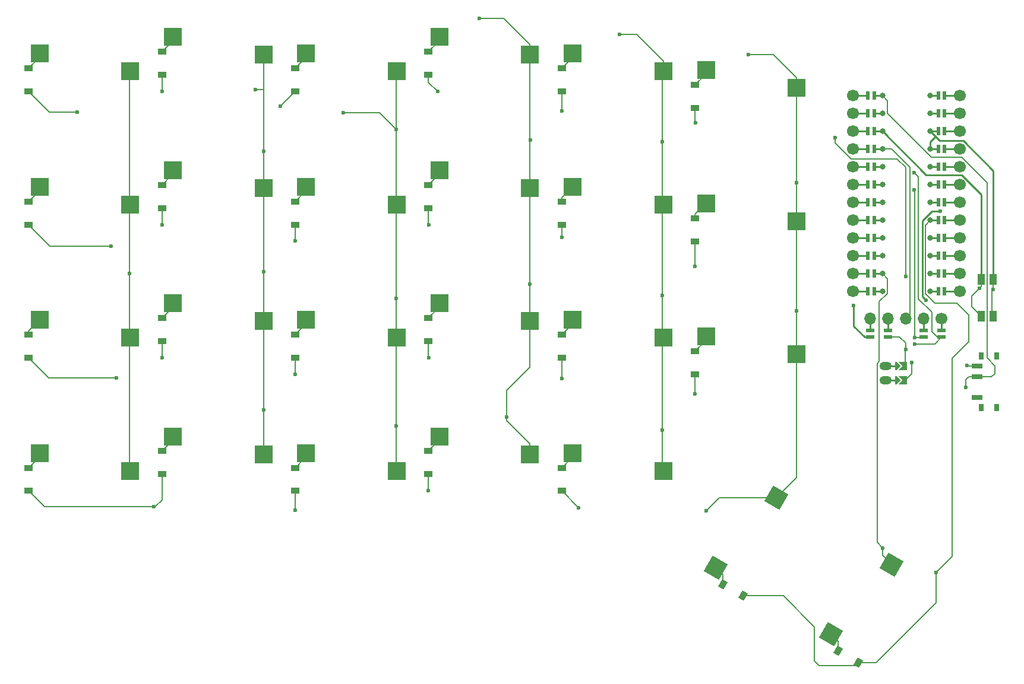
<source format=gbr>
%TF.GenerationSoftware,KiCad,Pcbnew,9.0.2*%
%TF.CreationDate,2025-06-21T10:35:40+08:00*%
%TF.ProjectId,eggada50_wireless_manually_routed,65676761-6461-4353-905f-776972656c65,0.2*%
%TF.SameCoordinates,Original*%
%TF.FileFunction,Copper,L1,Top*%
%TF.FilePolarity,Positive*%
%FSLAX46Y46*%
G04 Gerber Fmt 4.6, Leading zero omitted, Abs format (unit mm)*
G04 Created by KiCad (PCBNEW 9.0.2) date 2025-06-21 10:35:40*
%MOMM*%
%LPD*%
G01*
G04 APERTURE LIST*
G04 Aperture macros list*
%AMRotRect*
0 Rectangle, with rotation*
0 The origin of the aperture is its center*
0 $1 length*
0 $2 width*
0 $3 Rotation angle, in degrees counterclockwise*
0 Add horizontal line*
21,1,$1,$2,0,0,$3*%
%AMFreePoly0*
4,1,6,0.600000,-1.000000,0.000000,-0.400000,-0.600000,-1.000000,-0.600000,0.250000,0.600000,0.250000,0.600000,-1.000000,0.600000,-1.000000,$1*%
%AMFreePoly1*
4,1,6,0.600000,-0.200000,0.600000,-0.400000,-0.600000,-0.400000,-0.600000,-0.200000,0.000000,0.400000,0.600000,-0.200000,0.600000,-0.200000,$1*%
G04 Aperture macros list end*
%TA.AperFunction,SMDPad,CuDef*%
%ADD10R,2.550000X2.500000*%
%TD*%
%TA.AperFunction,SMDPad,CuDef*%
%ADD11R,1.200000X0.900000*%
%TD*%
%TA.AperFunction,SMDPad,CuDef*%
%ADD12RotRect,2.550000X2.500000X60.000000*%
%TD*%
%TA.AperFunction,ComponentPad*%
%ADD13O,1.700000X1.700000*%
%TD*%
%TA.AperFunction,ComponentPad*%
%ADD14C,1.700000*%
%TD*%
%TA.AperFunction,SMDPad,CuDef*%
%ADD15R,1.200000X0.600000*%
%TD*%
%TA.AperFunction,SMDPad,CuDef*%
%ADD16R,0.800000X1.000000*%
%TD*%
%TA.AperFunction,SMDPad,CuDef*%
%ADD17R,1.500000X0.700000*%
%TD*%
%TA.AperFunction,SMDPad,CuDef*%
%ADD18R,0.600000X1.200000*%
%TD*%
%TA.AperFunction,ComponentPad*%
%ADD19C,0.800000*%
%TD*%
%TA.AperFunction,SMDPad,CuDef*%
%ADD20FreePoly0,270.000000*%
%TD*%
%TA.AperFunction,ComponentPad*%
%ADD21O,1.750000X1.200000*%
%TD*%
%TA.AperFunction,SMDPad,CuDef*%
%ADD22FreePoly1,270.000000*%
%TD*%
%TA.AperFunction,SMDPad,CuDef*%
%ADD23RotRect,0.900000X1.200000X150.000000*%
%TD*%
%TA.AperFunction,SMDPad,CuDef*%
%ADD24R,1.000000X1.550000*%
%TD*%
%TA.AperFunction,ViaPad*%
%ADD25C,0.600000*%
%TD*%
%TA.AperFunction,Conductor*%
%ADD26C,0.200000*%
%TD*%
%TA.AperFunction,Conductor*%
%ADD27C,0.250000*%
%TD*%
G04 APERTURE END LIST*
D10*
%TO.P,S31,1*%
%TO.N,C1*%
X126085000Y-76085000D03*
%TO.P,S31,2*%
%TO.N,pinky_bottom_F*%
X113158000Y-73545000D03*
%TD*%
D11*
%TO.P,D29,1*%
%TO.N,R3*%
X92600000Y-43325000D03*
%TO.P,D29,2*%
%TO.N,outer_top_F*%
X92600000Y-40025000D03*
%TD*%
D12*
%TO.P,S50,1*%
%TO.N,C6*%
X215647278Y-110834210D03*
%TO.P,S50,2*%
%TO.N,reachy_default_F*%
X206984074Y-120759320D03*
%TD*%
D13*
%TO.P,DISP1,1*%
%TO.N,DISP1_1*%
X212567000Y-75700000D03*
%TO.P,DISP1,2*%
%TO.N,DISP1_2*%
X215107000Y-75700000D03*
%TO.P,DISP1,3*%
%TO.N,VCC*%
X217647000Y-75700000D03*
%TO.P,DISP1,4*%
%TO.N,DISP1_4*%
X220187000Y-75700000D03*
D14*
%TO.P,DISP1,5*%
%TO.N,DISP1_5*%
X222727000Y-75700000D03*
D15*
%TO.P,DISP1,10*%
%TO.N,CS*%
X212567000Y-78350000D03*
%TO.P,DISP1,11*%
%TO.N,GND*%
X215107000Y-78350000D03*
%TO.P,DISP1,12*%
%TO.N,SCL*%
X220187000Y-78350000D03*
%TO.P,DISP1,13*%
%TO.N,SDA*%
X222727000Y-78350000D03*
%TO.P,DISP1,14*%
%TO.N,DISP1_1*%
X212567000Y-77450000D03*
%TO.P,DISP1,15*%
%TO.N,DISP1_2*%
X215107000Y-77450000D03*
%TO.P,DISP1,16*%
%TO.N,DISP1_4*%
X220187000Y-77450000D03*
%TO.P,DISP1,17*%
%TO.N,DISP1_5*%
X222727000Y-77450000D03*
%TD*%
D16*
%TO.P,PWR1,*%
%TO.N,*%
X228415000Y-81100000D03*
X228415000Y-88400000D03*
X230625000Y-81100000D03*
X230625000Y-88400000D03*
D17*
%TO.P,PWR1,1*%
%TO.N,N/C*%
X227765000Y-87000000D03*
%TO.P,PWR1,2*%
%TO.N,RAW*%
X227765000Y-84000000D03*
%TO.P,PWR1,3*%
%TO.N,BAT_P*%
X227765000Y-82500000D03*
%TD*%
D10*
%TO.P,S33,1*%
%TO.N,C1*%
X126085000Y-38085000D03*
%TO.P,S33,2*%
%TO.N,pinky_top_F*%
X113158000Y-35545000D03*
%TD*%
%TO.P,S26,1*%
%TO.N,C0*%
X107085000Y-97460000D03*
%TO.P,S26,2*%
%TO.N,outer_mod_F*%
X94158000Y-94920000D03*
%TD*%
D11*
%TO.P,D38,1*%
%TO.N,R0*%
X149600000Y-97950000D03*
%TO.P,D38,2*%
%TO.N,middle_mod_F*%
X149600000Y-94650000D03*
%TD*%
D10*
%TO.P,S43,1*%
%TO.N,C4*%
X183085000Y-78460000D03*
%TO.P,S43,2*%
%TO.N,index_bottom_F*%
X170158000Y-75920000D03*
%TD*%
D11*
%TO.P,D43,1*%
%TO.N,R1*%
X168600000Y-81325000D03*
%TO.P,D43,2*%
%TO.N,index_bottom_F*%
X168600000Y-78025000D03*
%TD*%
%TO.P,D35,1*%
%TO.N,R1*%
X130600000Y-81325000D03*
%TO.P,D35,2*%
%TO.N,ring_bottom_F*%
X130600000Y-78025000D03*
%TD*%
D18*
%TO.P,MCU1,1*%
%TO.N,MCU1_1*%
X223184000Y-43920000D03*
D14*
X225324000Y-43920000D03*
D18*
%TO.P,MCU1,2*%
%TO.N,MCU1_2*%
X223184000Y-46460000D03*
D14*
X225324000Y-46460000D03*
D18*
%TO.P,MCU1,3*%
%TO.N,MCU1_3*%
X223184000Y-49000000D03*
D14*
X225324000Y-49000000D03*
D18*
%TO.P,MCU1,4*%
%TO.N,MCU1_4*%
X223184000Y-51540000D03*
D14*
X225324000Y-51540000D03*
D18*
%TO.P,MCU1,5*%
%TO.N,MCU1_5*%
X223184000Y-54080000D03*
D14*
X225324000Y-54080000D03*
D18*
%TO.P,MCU1,6*%
%TO.N,MCU1_6*%
X223184000Y-56620000D03*
D14*
X225324000Y-56620000D03*
D18*
%TO.P,MCU1,7*%
%TO.N,MCU1_7*%
X223184000Y-59160000D03*
D14*
X225324000Y-59160000D03*
D18*
%TO.P,MCU1,8*%
%TO.N,MCU1_8*%
X223184000Y-61700000D03*
D14*
X225324000Y-61700000D03*
D18*
%TO.P,MCU1,9*%
%TO.N,MCU1_9*%
X223184000Y-64240000D03*
D14*
X225324000Y-64240000D03*
D18*
%TO.P,MCU1,10*%
%TO.N,MCU1_10*%
X223184000Y-66780000D03*
D14*
X225324000Y-66780000D03*
D18*
%TO.P,MCU1,11*%
%TO.N,MCU1_11*%
X223184000Y-69320000D03*
D14*
X225324000Y-69320000D03*
D18*
%TO.P,MCU1,12*%
%TO.N,MCU1_12*%
X223184000Y-71860000D03*
D14*
X225324000Y-71860000D03*
%TO.P,MCU1,13*%
%TO.N,MCU1_13*%
X210084000Y-71860000D03*
D18*
X212224000Y-71860000D03*
D14*
%TO.P,MCU1,14*%
%TO.N,MCU1_14*%
X210084000Y-69320000D03*
D18*
X212224000Y-69320000D03*
D14*
%TO.P,MCU1,15*%
%TO.N,MCU1_15*%
X210084000Y-66780000D03*
D18*
X212224000Y-66780000D03*
D14*
%TO.P,MCU1,16*%
%TO.N,MCU1_16*%
X210084000Y-64240000D03*
D18*
X212224000Y-64240000D03*
D14*
%TO.P,MCU1,17*%
%TO.N,MCU1_17*%
X210084000Y-61700000D03*
D18*
X212224000Y-61700000D03*
D14*
%TO.P,MCU1,18*%
%TO.N,MCU1_18*%
X210084000Y-59160000D03*
D18*
X212224000Y-59160000D03*
D14*
%TO.P,MCU1,19*%
%TO.N,MCU1_19*%
X210084000Y-56620000D03*
D18*
X212224000Y-56620000D03*
D14*
%TO.P,MCU1,20*%
%TO.N,MCU1_20*%
X210084000Y-54080000D03*
D18*
X212224000Y-54080000D03*
D14*
%TO.P,MCU1,21*%
%TO.N,MCU1_21*%
X210084000Y-51540000D03*
D18*
X212224000Y-51540000D03*
D14*
%TO.P,MCU1,22*%
%TO.N,MCU1_22*%
X210084000Y-49000000D03*
D18*
X212224000Y-49000000D03*
D14*
%TO.P,MCU1,23*%
%TO.N,MCU1_23*%
X210084000Y-46460000D03*
D18*
X212224000Y-46460000D03*
D14*
%TO.P,MCU1,24*%
%TO.N,MCU1_24*%
X210084000Y-43920000D03*
D18*
X212224000Y-43920000D03*
D19*
%TO.P,MCU1,101*%
%TO.N,LED*%
X221104000Y-43920000D03*
D18*
X222284000Y-43920000D03*
D19*
%TO.P,MCU1,102*%
%TO.N,DAT*%
X221104000Y-46460000D03*
D18*
X222284000Y-46460000D03*
D19*
%TO.P,MCU1,103*%
%TO.N,GND*%
X221104000Y-49000000D03*
D18*
X222284000Y-49000000D03*
D19*
%TO.P,MCU1,104*%
X221104000Y-51540000D03*
D18*
X222284000Y-51540000D03*
D19*
%TO.P,MCU1,105*%
%TO.N,SDA*%
X221104000Y-54080000D03*
D18*
X222284000Y-54080000D03*
D19*
%TO.P,MCU1,106*%
%TO.N,SCL*%
X221104000Y-56620000D03*
D18*
X222284000Y-56620000D03*
D19*
%TO.P,MCU1,107*%
%TO.N,CS*%
X221104000Y-59160000D03*
D18*
X222284000Y-59160000D03*
D19*
%TO.P,MCU1,108*%
%TO.N,R0*%
X221104000Y-61700000D03*
D18*
X222284000Y-61700000D03*
D19*
%TO.P,MCU1,109*%
%TO.N,R1*%
X221104000Y-64240000D03*
D18*
X222284000Y-64240000D03*
D19*
%TO.P,MCU1,110*%
%TO.N,R2*%
X221104000Y-66780000D03*
D18*
X222284000Y-66780000D03*
D19*
%TO.P,MCU1,111*%
%TO.N,R3*%
X221104000Y-69320000D03*
D18*
X222284000Y-69320000D03*
D19*
%TO.P,MCU1,112*%
%TO.N,P9*%
X221104000Y-71860000D03*
D18*
X222284000Y-71860000D03*
%TO.P,MCU1,113*%
%TO.N,P10*%
X213124000Y-71860000D03*
D19*
X214304000Y-71860000D03*
D18*
%TO.P,MCU1,114*%
%TO.N,C6*%
X213124000Y-69320000D03*
D19*
X214304000Y-69320000D03*
D18*
%TO.P,MCU1,115*%
%TO.N,C5*%
X213124000Y-66780000D03*
D19*
X214304000Y-66780000D03*
D18*
%TO.P,MCU1,116*%
%TO.N,C4*%
X213124000Y-64240000D03*
D19*
X214304000Y-64240000D03*
D18*
%TO.P,MCU1,117*%
%TO.N,C3*%
X213124000Y-61700000D03*
D19*
X214304000Y-61700000D03*
D18*
%TO.P,MCU1,118*%
%TO.N,C2*%
X213124000Y-59160000D03*
D19*
X214304000Y-59160000D03*
D18*
%TO.P,MCU1,119*%
%TO.N,C1*%
X213124000Y-56620000D03*
D19*
X214304000Y-56620000D03*
D18*
%TO.P,MCU1,120*%
%TO.N,C0*%
X213124000Y-54080000D03*
D19*
X214304000Y-54080000D03*
D18*
%TO.P,MCU1,121*%
%TO.N,VCC*%
X213124000Y-51540000D03*
D19*
X214304000Y-51540000D03*
D18*
%TO.P,MCU1,122*%
%TO.N,RST*%
X213124000Y-49000000D03*
D19*
X214304000Y-49000000D03*
D18*
%TO.P,MCU1,123*%
%TO.N,GND*%
X213124000Y-46460000D03*
D19*
X214304000Y-46460000D03*
D18*
%TO.P,MCU1,124*%
%TO.N,RAW*%
X213124000Y-43920000D03*
D19*
X214304000Y-43920000D03*
%TD*%
D10*
%TO.P,S38,1*%
%TO.N,C3*%
X164085000Y-95085000D03*
%TO.P,S38,2*%
%TO.N,middle_mod_F*%
X151158000Y-92545000D03*
%TD*%
%TO.P,S29,1*%
%TO.N,C0*%
X107085000Y-40460000D03*
%TO.P,S29,2*%
%TO.N,outer_top_F*%
X94158000Y-37920000D03*
%TD*%
%TO.P,S46,1*%
%TO.N,C5*%
X202085000Y-80835000D03*
%TO.P,S46,2*%
%TO.N,inner_bottom_F*%
X189158000Y-78295000D03*
%TD*%
%TO.P,S34,1*%
%TO.N,C2*%
X145085000Y-97460000D03*
%TO.P,S34,2*%
%TO.N,ring_mod_F*%
X132158000Y-94920000D03*
%TD*%
D11*
%TO.P,D47,1*%
%TO.N,R2*%
X187600000Y-64700000D03*
%TO.P,D47,2*%
%TO.N,inner_home_F*%
X187600000Y-61400000D03*
%TD*%
D20*
%TO.P,JST1,1*%
%TO.N,BAT_P*%
X217566000Y-84500000D03*
%TO.P,JST1,2*%
%TO.N,GND*%
X217566000Y-82500000D03*
D21*
%TO.P,JST1,11*%
%TO.N,JST1_1*%
X214750000Y-84500000D03*
%TO.P,JST1,12*%
%TO.N,JST1_2*%
X214750000Y-82500000D03*
D22*
%TO.P,JST1,21*%
%TO.N,JST1_1*%
X216550000Y-84500000D03*
%TO.P,JST1,22*%
%TO.N,JST1_2*%
X216550000Y-82500000D03*
%TD*%
D11*
%TO.P,D32,1*%
%TO.N,R2*%
X111600000Y-59950000D03*
%TO.P,D32,2*%
%TO.N,pinky_home_F*%
X111600000Y-56650000D03*
%TD*%
D10*
%TO.P,S40,1*%
%TO.N,C3*%
X164085000Y-57085000D03*
%TO.P,S40,2*%
%TO.N,middle_home_F*%
X151158000Y-54545000D03*
%TD*%
D23*
%TO.P,D50,1*%
%TO.N,R0*%
X210885941Y-124811088D03*
%TO.P,D50,2*%
%TO.N,reachy_default_F*%
X208028057Y-123161088D03*
%TD*%
D10*
%TO.P,S48,1*%
%TO.N,C5*%
X202085000Y-42835000D03*
%TO.P,S48,2*%
%TO.N,inner_top_F*%
X189158000Y-40295000D03*
%TD*%
D11*
%TO.P,D45,1*%
%TO.N,R3*%
X168600000Y-43325000D03*
%TO.P,D45,2*%
%TO.N,index_top_F*%
X168600000Y-40025000D03*
%TD*%
D10*
%TO.P,S39,1*%
%TO.N,C3*%
X164085000Y-76085000D03*
%TO.P,S39,2*%
%TO.N,middle_bottom_F*%
X151158000Y-73545000D03*
%TD*%
D11*
%TO.P,D26,1*%
%TO.N,R0*%
X92600000Y-100325000D03*
%TO.P,D26,2*%
%TO.N,outer_mod_F*%
X92600000Y-97025000D03*
%TD*%
D10*
%TO.P,S44,1*%
%TO.N,C4*%
X183085000Y-59460000D03*
%TO.P,S44,2*%
%TO.N,index_home_F*%
X170158000Y-56920000D03*
%TD*%
%TO.P,S47,1*%
%TO.N,C5*%
X202085000Y-61835000D03*
%TO.P,S47,2*%
%TO.N,inner_home_F*%
X189158000Y-59295000D03*
%TD*%
D11*
%TO.P,D41,1*%
%TO.N,R3*%
X149600000Y-40950000D03*
%TO.P,D41,2*%
%TO.N,middle_top_F*%
X149600000Y-37650000D03*
%TD*%
D10*
%TO.P,S35,1*%
%TO.N,C2*%
X145085000Y-78460000D03*
%TO.P,S35,2*%
%TO.N,ring_bottom_F*%
X132158000Y-75920000D03*
%TD*%
D11*
%TO.P,D46,1*%
%TO.N,R1*%
X187600000Y-83700000D03*
%TO.P,D46,2*%
%TO.N,inner_bottom_F*%
X187600000Y-80400000D03*
%TD*%
D10*
%TO.P,S32,1*%
%TO.N,C1*%
X126085000Y-57085000D03*
%TO.P,S32,2*%
%TO.N,pinky_home_F*%
X113158000Y-54545000D03*
%TD*%
%TO.P,S36,1*%
%TO.N,C2*%
X145085000Y-59460000D03*
%TO.P,S36,2*%
%TO.N,ring_home_F*%
X132158000Y-56920000D03*
%TD*%
D11*
%TO.P,D40,1*%
%TO.N,R2*%
X149600000Y-59950000D03*
%TO.P,D40,2*%
%TO.N,middle_home_F*%
X149600000Y-56650000D03*
%TD*%
D12*
%TO.P,S49,1*%
%TO.N,C5*%
X199192795Y-101334210D03*
%TO.P,S49,2*%
%TO.N,tucky_default_F*%
X190529591Y-111259320D03*
%TD*%
D10*
%TO.P,S28,1*%
%TO.N,C0*%
X107085000Y-59460000D03*
%TO.P,S28,2*%
%TO.N,outer_home_F*%
X94158000Y-56920000D03*
%TD*%
D24*
%TO.P,RST1,1*%
%TO.N,GND*%
X230100000Y-75375000D03*
%TO.P,RST1,2*%
%TO.N,RST*%
X228400000Y-75375000D03*
%TO.P,RST1,3*%
%TO.N,GND*%
X230100000Y-70125000D03*
%TO.P,RST1,4*%
%TO.N,RST*%
X228400000Y-70125000D03*
%TD*%
D11*
%TO.P,D44,1*%
%TO.N,R2*%
X168600000Y-62325000D03*
%TO.P,D44,2*%
%TO.N,index_home_F*%
X168600000Y-59025000D03*
%TD*%
D10*
%TO.P,S37,1*%
%TO.N,C2*%
X145085000Y-40460000D03*
%TO.P,S37,2*%
%TO.N,ring_top_F*%
X132158000Y-37920000D03*
%TD*%
D11*
%TO.P,D31,1*%
%TO.N,R1*%
X111600000Y-78950000D03*
%TO.P,D31,2*%
%TO.N,pinky_bottom_F*%
X111600000Y-75650000D03*
%TD*%
%TO.P,D42,1*%
%TO.N,R0*%
X168600000Y-100325000D03*
%TO.P,D42,2*%
%TO.N,index_mod_F*%
X168600000Y-97025000D03*
%TD*%
%TO.P,D34,1*%
%TO.N,R0*%
X130600000Y-100325000D03*
%TO.P,D34,2*%
%TO.N,ring_mod_F*%
X130600000Y-97025000D03*
%TD*%
D10*
%TO.P,S30,1*%
%TO.N,C1*%
X126085000Y-95085000D03*
%TO.P,S30,2*%
%TO.N,pinky_mod_F*%
X113158000Y-92545000D03*
%TD*%
%TO.P,S42,1*%
%TO.N,C4*%
X183085000Y-97460000D03*
%TO.P,S42,2*%
%TO.N,index_mod_F*%
X170158000Y-94920000D03*
%TD*%
D11*
%TO.P,D39,1*%
%TO.N,R1*%
X149600000Y-78950000D03*
%TO.P,D39,2*%
%TO.N,middle_bottom_F*%
X149600000Y-75650000D03*
%TD*%
%TO.P,D28,1*%
%TO.N,R2*%
X92600000Y-62325000D03*
%TO.P,D28,2*%
%TO.N,outer_home_F*%
X92600000Y-59025000D03*
%TD*%
D10*
%TO.P,S27,1*%
%TO.N,C0*%
X107085000Y-78460000D03*
%TO.P,S27,2*%
%TO.N,outer_bottom_F*%
X94158000Y-75920000D03*
%TD*%
D11*
%TO.P,D48,1*%
%TO.N,R3*%
X187600000Y-45700000D03*
%TO.P,D48,2*%
%TO.N,inner_top_F*%
X187600000Y-42400000D03*
%TD*%
D10*
%TO.P,S45,1*%
%TO.N,C4*%
X183085000Y-40460000D03*
%TO.P,S45,2*%
%TO.N,index_top_F*%
X170158000Y-37920000D03*
%TD*%
D11*
%TO.P,D36,1*%
%TO.N,R2*%
X130600000Y-62325000D03*
%TO.P,D36,2*%
%TO.N,ring_home_F*%
X130600000Y-59025000D03*
%TD*%
%TO.P,D27,1*%
%TO.N,R1*%
X92600000Y-81325000D03*
%TO.P,D27,2*%
%TO.N,outer_bottom_F*%
X92600000Y-78025000D03*
%TD*%
%TO.P,D33,1*%
%TO.N,R3*%
X111600000Y-40950000D03*
%TO.P,D33,2*%
%TO.N,pinky_top_F*%
X111600000Y-37650000D03*
%TD*%
%TO.P,D37,1*%
%TO.N,R3*%
X130600000Y-43325000D03*
%TO.P,D37,2*%
%TO.N,ring_top_F*%
X130600000Y-40025000D03*
%TD*%
D23*
%TO.P,D49,1*%
%TO.N,R0*%
X194431458Y-115311088D03*
%TO.P,D49,2*%
%TO.N,tucky_default_F*%
X191573574Y-113661088D03*
%TD*%
D11*
%TO.P,D30,1*%
%TO.N,R0*%
X111600000Y-97950000D03*
%TO.P,D30,2*%
%TO.N,pinky_mod_F*%
X111600000Y-94650000D03*
%TD*%
D10*
%TO.P,S41,1*%
%TO.N,C3*%
X164085000Y-38085000D03*
%TO.P,S41,2*%
%TO.N,middle_top_F*%
X151158000Y-35545000D03*
%TD*%
D25*
%TO.N,C0*%
X106999000Y-69320000D03*
%TO.N,GND*%
X230120000Y-71590000D03*
X217600000Y-80120000D03*
%TO.N,C1*%
X124900000Y-43040000D03*
X126085000Y-88760000D03*
X126085000Y-69060000D03*
X126085000Y-51840000D03*
%TO.N,C2*%
X144999000Y-91020000D03*
X144999000Y-72850000D03*
X144999000Y-48740000D03*
X137480000Y-46330000D03*
%TO.N,C3*%
X156880000Y-32900000D03*
X164085000Y-70830000D03*
X164130000Y-50279000D03*
X160780000Y-89780000D03*
%TO.N,C4*%
X182967000Y-91660000D03*
X176860000Y-35200000D03*
X182967000Y-50510000D03*
X182967000Y-72420000D03*
%TO.N,C5*%
X202085000Y-56360000D03*
X189200000Y-103150000D03*
X202085000Y-74660000D03*
X195170000Y-38050000D03*
%TO.N,C6*%
X214350000Y-108460000D03*
%TO.N,R0*%
X130610000Y-103050000D03*
X149600000Y-100325000D03*
X110490000Y-102590000D03*
X170975000Y-102700000D03*
X221950000Y-111990000D03*
%TO.N,R1*%
X105080000Y-84200000D03*
X111620000Y-81325000D03*
X187610000Y-86450000D03*
X149650000Y-81325000D03*
X168600000Y-84250000D03*
X130600000Y-83700000D03*
%TO.N,R2*%
X104340000Y-65360000D03*
X168615000Y-64165000D03*
X187620000Y-68320000D03*
X130600000Y-64620000D03*
X111600000Y-62325000D03*
X149650000Y-62325000D03*
%TO.N,R3*%
X217610000Y-69725000D03*
X128505000Y-45405000D03*
X99520000Y-46260000D03*
X168590000Y-46120000D03*
X207530000Y-49910000D03*
X111640000Y-43325000D03*
X187630000Y-47830000D03*
X150890000Y-43325000D03*
%TO.N,RAW*%
X226190000Y-85520000D03*
%TO.N,RST*%
X228170000Y-71400000D03*
%TO.N,SDA*%
X218950000Y-79330000D03*
X218811000Y-54869000D03*
%TO.N,SCL*%
X218840000Y-57350000D03*
X218910000Y-78440000D03*
%TO.N,CS*%
X210230000Y-73840000D03*
X220530000Y-73130000D03*
X222570000Y-60420000D03*
%TO.N,BAT_P*%
X226360000Y-82460000D03*
X218490000Y-81960000D03*
%TD*%
D26*
%TO.N,R0*%
X226630000Y-79030000D02*
X224250000Y-81410000D01*
X226630000Y-75220000D02*
X226630000Y-79030000D01*
X224930000Y-73520000D02*
X226630000Y-75220000D01*
X221772636Y-73520000D02*
X224930000Y-73520000D01*
X220403000Y-72150364D02*
X221772636Y-73520000D01*
X221104000Y-61700000D02*
X220403000Y-62401000D01*
X224250000Y-81410000D02*
X224250000Y-109690000D01*
X220403000Y-62401000D02*
X220403000Y-72150364D01*
D27*
%TO.N,C0*%
X213124000Y-54080000D02*
X214304000Y-54080000D01*
D26*
X106999000Y-40546000D02*
X106999000Y-69320000D01*
X106999000Y-69320000D02*
X106999000Y-97374000D01*
X107085000Y-40460000D02*
X106999000Y-40546000D01*
X106999000Y-97374000D02*
X107085000Y-97460000D01*
%TO.N,GND*%
X216710000Y-78350000D02*
X215107000Y-78350000D01*
D27*
X221852000Y-49748000D02*
X222468000Y-50364000D01*
D26*
X230100000Y-70125000D02*
X230100000Y-71570000D01*
X230100000Y-71570000D02*
X230120000Y-71590000D01*
X217566000Y-80154000D02*
X217600000Y-80120000D01*
X217600000Y-80120000D02*
X217600000Y-79240000D01*
D27*
X230100000Y-54652884D02*
X230100000Y-70125000D01*
D26*
X230100000Y-75375000D02*
X229899000Y-75174000D01*
D27*
X222284000Y-49000000D02*
X221104000Y-49000000D01*
X225811116Y-50364000D02*
X230100000Y-54652884D01*
X222284000Y-51540000D02*
X221104000Y-51540000D01*
X213124000Y-46460000D02*
X214304000Y-46460000D01*
X221104000Y-49000000D02*
X221852000Y-49748000D01*
X221104000Y-51540000D02*
X221104000Y-50496000D01*
X221104000Y-50496000D02*
X221852000Y-49748000D01*
D26*
X217600000Y-79240000D02*
X216710000Y-78350000D01*
X229899000Y-75174000D02*
X229899000Y-71811000D01*
X229899000Y-71811000D02*
X230120000Y-71590000D01*
D27*
X222468000Y-50364000D02*
X225811116Y-50364000D01*
D26*
X217566000Y-82500000D02*
X217566000Y-80154000D01*
%TO.N,C1*%
X126085000Y-57085000D02*
X126085000Y-69060000D01*
X126085000Y-88760000D02*
X126085000Y-95085000D01*
X124900000Y-43040000D02*
X126015000Y-43040000D01*
X126085000Y-42970000D02*
X126085000Y-44540000D01*
X126085000Y-38085000D02*
X126085000Y-42970000D01*
X126085000Y-49110000D02*
X126085000Y-50320000D01*
X126015000Y-43040000D02*
X126085000Y-42970000D01*
X126085000Y-69060000D02*
X126085000Y-76085000D01*
X126085000Y-76085000D02*
X126085000Y-80960000D01*
X126085000Y-50320000D02*
X126085000Y-51840000D01*
D27*
X213124000Y-56620000D02*
X214304000Y-56620000D01*
D26*
X126085000Y-80960000D02*
X126085000Y-88760000D01*
X126085000Y-44540000D02*
X126085000Y-49110000D01*
X126085000Y-51840000D02*
X126085000Y-57085000D01*
%TO.N,C2*%
X144999000Y-97374000D02*
X145085000Y-97460000D01*
X142589000Y-46330000D02*
X144999000Y-48740000D01*
X144999000Y-72850000D02*
X144999000Y-91020000D01*
D27*
X213124000Y-59160000D02*
X214304000Y-59160000D01*
D26*
X145085000Y-40460000D02*
X144999000Y-40546000D01*
X144999000Y-51420000D02*
X144999000Y-72850000D01*
X144999000Y-91280000D02*
X144999000Y-97374000D01*
X144999000Y-91020000D02*
X144999000Y-91280000D01*
X144999000Y-48210000D02*
X144999000Y-48740000D01*
X144999000Y-40546000D02*
X144999000Y-48210000D01*
X137480000Y-46330000D02*
X142589000Y-46330000D01*
X144999000Y-48740000D02*
X144999000Y-51420000D01*
D27*
%TO.N,C3*%
X213124000Y-61700000D02*
X214304000Y-61700000D01*
D26*
X164085000Y-95085000D02*
X164085000Y-93635000D01*
X164085000Y-76085000D02*
X164085000Y-70830000D01*
X163967000Y-94967000D02*
X164085000Y-95085000D01*
X164085000Y-93635000D02*
X160780000Y-90330000D01*
X156880000Y-32900000D02*
X160350000Y-32900000D01*
X160780000Y-90330000D02*
X160780000Y-89780000D01*
X164085000Y-36635000D02*
X164085000Y-38085000D01*
X160780000Y-86010000D02*
X164085000Y-82705000D01*
X164085000Y-70830000D02*
X164085000Y-57085000D01*
X160780000Y-89780000D02*
X160780000Y-86940000D01*
X160350000Y-32900000D02*
X164085000Y-36635000D01*
X164085000Y-82705000D02*
X164085000Y-76085000D01*
X164085000Y-38085000D02*
X163967000Y-38203000D01*
X164085000Y-38085000D02*
X164085000Y-57085000D01*
X160780000Y-86940000D02*
X160780000Y-86010000D01*
%TO.N,C4*%
X179275000Y-35200000D02*
X183085000Y-39010000D01*
X182967000Y-72420000D02*
X182967000Y-91660000D01*
X182967000Y-50510000D02*
X182967000Y-50880000D01*
X182967000Y-50290000D02*
X182967000Y-50510000D01*
X183085000Y-39010000D02*
X183085000Y-40460000D01*
D27*
X213124000Y-64240000D02*
X214304000Y-64240000D01*
D26*
X182967000Y-40578000D02*
X182967000Y-50290000D01*
X182967000Y-91660000D02*
X182967000Y-97342000D01*
X182967000Y-97342000D02*
X183085000Y-97460000D01*
X176860000Y-35200000D02*
X179275000Y-35200000D01*
X183085000Y-40460000D02*
X182967000Y-40578000D01*
X182967000Y-50880000D02*
X182967000Y-72420000D01*
%TO.N,C5*%
X202085000Y-74660000D02*
X202085000Y-96120000D01*
X202085000Y-41385000D02*
X202085000Y-42835000D01*
X202085000Y-42835000D02*
X202085000Y-56360000D01*
X191015790Y-101334210D02*
X189200000Y-103150000D01*
X195170000Y-38050000D02*
X198750000Y-38050000D01*
X199192795Y-101334210D02*
X191015790Y-101334210D01*
X202085000Y-98442005D02*
X199192795Y-101334210D01*
X202085000Y-56360000D02*
X202085000Y-74660000D01*
X198750000Y-38050000D02*
X202085000Y-41385000D01*
D27*
X213124000Y-66780000D02*
X214304000Y-66780000D01*
D26*
X202085000Y-96120000D02*
X202085000Y-98442005D01*
%TO.N,C6*%
X213574000Y-107684000D02*
X213574000Y-82126794D01*
X213860000Y-81840794D02*
X213860000Y-73295364D01*
X215647278Y-110834210D02*
X214350000Y-109536932D01*
X214350000Y-108460000D02*
X213574000Y-107684000D01*
X214350000Y-109536932D02*
X214350000Y-108460000D01*
X213574000Y-82126794D02*
X213860000Y-81840794D01*
X215005000Y-70021000D02*
X214304000Y-69320000D01*
X213860000Y-73295364D02*
X215005000Y-72150364D01*
D27*
X213124000Y-69320000D02*
X214304000Y-69320000D01*
D26*
X215005000Y-72150364D02*
X215005000Y-70021000D01*
%TO.N,R0*%
X200161088Y-115311088D02*
X204630000Y-119780000D01*
X194431458Y-115311088D02*
X200161088Y-115311088D01*
X204630000Y-119780000D02*
X204630000Y-124570000D01*
X210437029Y-125260000D02*
X210885941Y-124811088D01*
X205320000Y-125260000D02*
X210437029Y-125260000D01*
X110660000Y-102590000D02*
X111600000Y-101650000D01*
X168600000Y-100325000D02*
X170975000Y-102700000D01*
X110490000Y-102590000D02*
X110660000Y-102590000D01*
X111600000Y-101650000D02*
X111600000Y-97950000D01*
X149600000Y-97950000D02*
X149600000Y-100325000D01*
X94865000Y-102590000D02*
X110490000Y-102590000D01*
X130600000Y-103040000D02*
X130610000Y-103050000D01*
X217770000Y-120470000D02*
X221950000Y-116290000D01*
X210885941Y-124811088D02*
X213428912Y-124811088D01*
X130600000Y-100325000D02*
X130600000Y-103040000D01*
X92600000Y-100325000D02*
X94865000Y-102590000D01*
X213428912Y-124811088D02*
X217770000Y-120470000D01*
X221950000Y-116290000D02*
X221950000Y-111990000D01*
D27*
X222284000Y-61700000D02*
X221104000Y-61700000D01*
D26*
X204630000Y-124570000D02*
X205320000Y-125260000D01*
X221950000Y-111990000D02*
X224250000Y-109690000D01*
%TO.N,R1*%
X187600000Y-83700000D02*
X187600000Y-86440000D01*
X130385000Y-81110000D02*
X130600000Y-81325000D01*
D27*
X222284000Y-64240000D02*
X221104000Y-64240000D01*
D26*
X187600000Y-86440000D02*
X187610000Y-86450000D01*
X111580000Y-78970000D02*
X111600000Y-78950000D01*
X149630000Y-78980000D02*
X149600000Y-78950000D01*
X111600000Y-78950000D02*
X111600000Y-81305000D01*
X95475000Y-84200000D02*
X105080000Y-84200000D01*
X92600000Y-81325000D02*
X95475000Y-84200000D01*
X149600000Y-81275000D02*
X149650000Y-81325000D01*
X149600000Y-78950000D02*
X149600000Y-81275000D01*
X111600000Y-81305000D02*
X111620000Y-81325000D01*
X130600000Y-81325000D02*
X130600000Y-83700000D01*
X168600000Y-81325000D02*
X168600000Y-84250000D01*
D27*
%TO.N,R2*%
X222284000Y-66780000D02*
X221104000Y-66780000D01*
D26*
X111600000Y-59950000D02*
X111600000Y-62325000D01*
X149600000Y-62275000D02*
X149650000Y-62325000D01*
X92600000Y-62325000D02*
X95635000Y-65360000D01*
X149600000Y-59950000D02*
X149600000Y-62275000D01*
X168600000Y-64150000D02*
X168615000Y-64165000D01*
X168600000Y-62325000D02*
X168600000Y-64150000D01*
X130600000Y-62325000D02*
X130600000Y-64620000D01*
X95635000Y-65360000D02*
X104340000Y-65360000D01*
X111580000Y-59970000D02*
X111600000Y-59950000D01*
X187600000Y-68300000D02*
X187620000Y-68320000D01*
X149440000Y-60110000D02*
X149600000Y-59950000D01*
X187600000Y-64700000D02*
X187600000Y-68300000D01*
%TO.N,R3*%
X128520000Y-45405000D02*
X128505000Y-45405000D01*
X207530000Y-50630000D02*
X209829000Y-52929000D01*
X217610000Y-54130000D02*
X217610000Y-69725000D01*
X111520000Y-41030000D02*
X111600000Y-40950000D01*
X149600000Y-40950000D02*
X149600000Y-42035000D01*
X168600000Y-46110000D02*
X168590000Y-46120000D01*
X95535000Y-46260000D02*
X99520000Y-46260000D01*
X216409000Y-52929000D02*
X217610000Y-54130000D01*
X130600000Y-43325000D02*
X128520000Y-45405000D01*
X149600000Y-42035000D02*
X150890000Y-43325000D01*
X187600000Y-45700000D02*
X187600000Y-47800000D01*
X111600000Y-43285000D02*
X111640000Y-43325000D01*
X111600000Y-40950000D02*
X111600000Y-43285000D01*
X207530000Y-49910000D02*
X207530000Y-50630000D01*
D27*
X222284000Y-69320000D02*
X221104000Y-69320000D01*
D26*
X209829000Y-52929000D02*
X216409000Y-52929000D01*
X187600000Y-47800000D02*
X187630000Y-47830000D01*
X92600000Y-43325000D02*
X95535000Y-46260000D01*
X168600000Y-43325000D02*
X168600000Y-46110000D01*
%TO.N,outer_mod_F*%
X94158000Y-95467000D02*
X92600000Y-97025000D01*
X94158000Y-94920000D02*
X94158000Y-95467000D01*
%TO.N,outer_bottom_F*%
X92600000Y-77478000D02*
X92600000Y-78025000D01*
X94158000Y-75920000D02*
X92600000Y-77478000D01*
%TO.N,outer_home_F*%
X94158000Y-57467000D02*
X92600000Y-59025000D01*
X94158000Y-56920000D02*
X94158000Y-57467000D01*
%TO.N,outer_top_F*%
X94158000Y-38467000D02*
X92600000Y-40025000D01*
X94158000Y-37920000D02*
X94158000Y-38467000D01*
%TO.N,pinky_mod_F*%
X113158000Y-93092000D02*
X111600000Y-94650000D01*
X113158000Y-92545000D02*
X113158000Y-93092000D01*
%TO.N,pinky_bottom_F*%
X113158000Y-73545000D02*
X113158000Y-74092000D01*
X113158000Y-74092000D02*
X111600000Y-75650000D01*
%TO.N,pinky_home_F*%
X113158000Y-55092000D02*
X111600000Y-56650000D01*
X113158000Y-54545000D02*
X113158000Y-55092000D01*
%TO.N,pinky_top_F*%
X113158000Y-36092000D02*
X111600000Y-37650000D01*
X113158000Y-35545000D02*
X113158000Y-36092000D01*
%TO.N,ring_mod_F*%
X132158000Y-94920000D02*
X132158000Y-95467000D01*
X132158000Y-95467000D02*
X130600000Y-97025000D01*
%TO.N,ring_bottom_F*%
X132158000Y-76467000D02*
X130600000Y-78025000D01*
X132158000Y-75920000D02*
X132158000Y-76467000D01*
%TO.N,ring_home_F*%
X132158000Y-56920000D02*
X132158000Y-57467000D01*
X132158000Y-57467000D02*
X130600000Y-59025000D01*
%TO.N,ring_top_F*%
X132158000Y-38467000D02*
X130600000Y-40025000D01*
X132158000Y-37920000D02*
X132158000Y-38467000D01*
%TO.N,middle_mod_F*%
X151158000Y-93092000D02*
X149600000Y-94650000D01*
X151158000Y-92545000D02*
X151158000Y-93092000D01*
%TO.N,middle_bottom_F*%
X151158000Y-74092000D02*
X151158000Y-73545000D01*
X149600000Y-75650000D02*
X151158000Y-74092000D01*
%TO.N,middle_home_F*%
X151158000Y-54545000D02*
X151158000Y-55092000D01*
X151158000Y-55092000D02*
X149600000Y-56650000D01*
%TO.N,middle_top_F*%
X151158000Y-35545000D02*
X151158000Y-36092000D01*
X151158000Y-36092000D02*
X149600000Y-37650000D01*
%TO.N,index_mod_F*%
X170158000Y-94920000D02*
X170158000Y-95467000D01*
X170158000Y-95467000D02*
X168600000Y-97025000D01*
%TO.N,index_bottom_F*%
X170158000Y-75920000D02*
X170158000Y-76467000D01*
X170158000Y-76467000D02*
X168600000Y-78025000D01*
%TO.N,index_home_F*%
X168600000Y-58478000D02*
X168600000Y-59025000D01*
X170158000Y-56920000D02*
X168600000Y-58478000D01*
%TO.N,index_top_F*%
X170158000Y-38467000D02*
X168600000Y-40025000D01*
X170158000Y-37920000D02*
X170158000Y-38467000D01*
%TO.N,inner_bottom_F*%
X189158000Y-78295000D02*
X189158000Y-78842000D01*
X189158000Y-78842000D02*
X187600000Y-80400000D01*
%TO.N,inner_home_F*%
X189158000Y-59295000D02*
X187600000Y-60853000D01*
X187600000Y-60853000D02*
X187600000Y-61400000D01*
%TO.N,inner_top_F*%
X189158000Y-40842000D02*
X187600000Y-42400000D01*
X189158000Y-40295000D02*
X189158000Y-40842000D01*
%TO.N,tucky_default_F*%
X191573574Y-112303303D02*
X191573574Y-113661088D01*
X190529591Y-111259320D02*
X191573574Y-112303303D01*
%TO.N,reachy_default_F*%
X206984074Y-120759320D02*
X208028057Y-121803303D01*
X208028057Y-121803303D02*
X208028057Y-123161088D01*
%TO.N,RAW*%
X226190000Y-84420000D02*
X226620000Y-83990000D01*
X229201000Y-56329240D02*
X225562760Y-52691000D01*
X229201000Y-81357000D02*
X229201000Y-56329240D01*
D27*
X213124000Y-43920000D02*
X214304000Y-43920000D01*
D26*
X225562760Y-52691000D02*
X221263636Y-52691000D01*
X215005000Y-44621000D02*
X214304000Y-43920000D01*
X226620000Y-83990000D02*
X226630000Y-84000000D01*
X221263636Y-52691000D02*
X215005000Y-46432364D01*
X215005000Y-46432364D02*
X215005000Y-44621000D01*
X229856785Y-84051000D02*
X230326000Y-83581785D01*
X230326000Y-83581785D02*
X230326000Y-82482000D01*
X227765000Y-84000000D02*
X227816000Y-84051000D01*
X230326000Y-82482000D02*
X229201000Y-81357000D01*
X226190000Y-85520000D02*
X226190000Y-84420000D01*
X227816000Y-84051000D02*
X229856785Y-84051000D01*
X226630000Y-84000000D02*
X227765000Y-84000000D01*
%TO.N,RST*%
X228400000Y-71170000D02*
X228170000Y-71400000D01*
D27*
X213124000Y-49000000D02*
X214304000Y-49000000D01*
X214304000Y-49000000D02*
X220560000Y-55256000D01*
X225623116Y-55256000D02*
X228400000Y-58032884D01*
D26*
X228170000Y-71400000D02*
X227080000Y-72490000D01*
X227080000Y-74055000D02*
X228400000Y-75375000D01*
X227080000Y-72490000D02*
X227080000Y-74055000D01*
X228400000Y-70125000D02*
X228400000Y-71170000D01*
D27*
X220560000Y-55256000D02*
X225623116Y-55256000D01*
X228400000Y-58032884D02*
X228400000Y-70125000D01*
D26*
%TO.N,VCC*%
X217647000Y-75700000D02*
X218211000Y-75136000D01*
X215587100Y-51540000D02*
X214304000Y-51540000D01*
X218211000Y-54163900D02*
X215587100Y-51540000D01*
X218211000Y-75136000D02*
X218211000Y-54163900D01*
D27*
X213124000Y-51540000D02*
X214304000Y-51540000D01*
%TO.N,P10*%
X213124000Y-71860000D02*
X214304000Y-71860000D01*
%TO.N,LED*%
X222284000Y-43920000D02*
X221104000Y-43920000D01*
%TO.N,DAT*%
X222284000Y-46460000D02*
X221104000Y-46460000D01*
D26*
%TO.N,SDA*%
X221338000Y-77563000D02*
X221338000Y-74807943D01*
X222125000Y-78350000D02*
X221338000Y-77563000D01*
X219441000Y-55499000D02*
X218811000Y-54869000D01*
X219441000Y-72910943D02*
X219441000Y-55499000D01*
X222727000Y-78350000D02*
X222125000Y-78350000D01*
D27*
X222284000Y-54080000D02*
X221104000Y-54080000D01*
D26*
X218950000Y-79330000D02*
X221747000Y-79330000D01*
X221338000Y-74807943D02*
X219441000Y-72910943D01*
X221747000Y-79330000D02*
X222727000Y-78350000D01*
%TO.N,SCL*%
X218910000Y-57420000D02*
X218840000Y-57350000D01*
X220097000Y-78440000D02*
X220187000Y-78350000D01*
X218910000Y-78440000D02*
X218910000Y-57420000D01*
X218910000Y-78440000D02*
X220097000Y-78440000D01*
D27*
X222284000Y-56620000D02*
X221104000Y-56620000D01*
%TO.N,CS*%
X219977000Y-72597000D02*
X220510000Y-73130000D01*
X222284000Y-59160000D02*
X221104000Y-59160000D01*
X210230000Y-73840000D02*
X210230000Y-76813000D01*
X210230000Y-76813000D02*
X211767000Y-78350000D01*
X221357280Y-60420000D02*
X222570000Y-60420000D01*
X220510000Y-73130000D02*
X220530000Y-73130000D01*
X219977000Y-61800280D02*
X221357280Y-60420000D01*
X219977000Y-72597000D02*
X219977000Y-61800280D01*
X211767000Y-78350000D02*
X212567000Y-78350000D01*
%TO.N,P9*%
X222284000Y-71860000D02*
X221104000Y-71860000D01*
%TO.N,MCU1_24*%
X210084000Y-43920000D02*
X212204000Y-43920000D01*
%TO.N,MCU1_1*%
X223204000Y-43920000D02*
X225324000Y-43920000D01*
%TO.N,MCU1_23*%
X210084000Y-46460000D02*
X212204000Y-46460000D01*
%TO.N,MCU1_2*%
X223204000Y-46460000D02*
X225324000Y-46460000D01*
%TO.N,MCU1_22*%
X210084000Y-49000000D02*
X212204000Y-49000000D01*
%TO.N,MCU1_3*%
X223204000Y-49000000D02*
X225324000Y-49000000D01*
%TO.N,MCU1_21*%
X210084000Y-51540000D02*
X212204000Y-51540000D01*
%TO.N,MCU1_4*%
X223204000Y-51540000D02*
X225324000Y-51540000D01*
%TO.N,MCU1_20*%
X210084000Y-54080000D02*
X212204000Y-54080000D01*
%TO.N,MCU1_5*%
X223204000Y-54080000D02*
X225324000Y-54080000D01*
%TO.N,MCU1_19*%
X210084000Y-56620000D02*
X212204000Y-56620000D01*
%TO.N,MCU1_6*%
X223204000Y-56620000D02*
X225324000Y-56620000D01*
%TO.N,MCU1_18*%
X210084000Y-59160000D02*
X212204000Y-59160000D01*
%TO.N,MCU1_7*%
X223204000Y-59160000D02*
X225324000Y-59160000D01*
%TO.N,MCU1_17*%
X210084000Y-61700000D02*
X212204000Y-61700000D01*
%TO.N,MCU1_8*%
X223204000Y-61700000D02*
X225324000Y-61700000D01*
%TO.N,MCU1_16*%
X210084000Y-64240000D02*
X212204000Y-64240000D01*
%TO.N,MCU1_9*%
X223204000Y-64240000D02*
X225324000Y-64240000D01*
%TO.N,MCU1_15*%
X210084000Y-66780000D02*
X212204000Y-66780000D01*
%TO.N,MCU1_10*%
X223204000Y-66780000D02*
X225324000Y-66780000D01*
%TO.N,MCU1_14*%
X210084000Y-69320000D02*
X212204000Y-69320000D01*
%TO.N,MCU1_11*%
X223204000Y-69320000D02*
X225324000Y-69320000D01*
%TO.N,MCU1_13*%
X210084000Y-71860000D02*
X212204000Y-71860000D01*
%TO.N,MCU1_12*%
X223204000Y-71860000D02*
X225324000Y-71860000D01*
%TO.N,DISP1_1*%
X212567000Y-75700000D02*
X212567000Y-77450000D01*
%TO.N,DISP1_2*%
X215107000Y-75700000D02*
X215107000Y-77450000D01*
%TO.N,DISP1_4*%
X220187000Y-75700000D02*
X220187000Y-77450000D01*
%TO.N,DISP1_5*%
X222727000Y-75700000D02*
X222727000Y-77450000D01*
D26*
%TO.N,BAT_P*%
X227765000Y-82500000D02*
X226400000Y-82500000D01*
X226400000Y-82500000D02*
X226360000Y-82460000D01*
X217566000Y-84500000D02*
X218490000Y-83576000D01*
X218490000Y-83576000D02*
X218490000Y-81960000D01*
D27*
%TO.N,JST1_1*%
X216550000Y-84500000D02*
X214750000Y-84500000D01*
%TO.N,JST1_2*%
X216550000Y-82500000D02*
X214750000Y-82500000D01*
%TD*%
M02*

</source>
